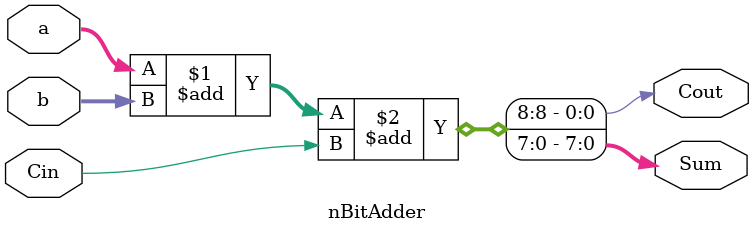
<source format=v>

module nBitAdder(
 // parameter N = 8,
   Cout,
   Sum,
   a,
   b,
   Cin);

 
 parameter N = 8;
 output Cout;
 output [N-1:0] Sum;
 input [N-1:0] a;
 input [N-1:0] b;
 input Cin; 

 assign {Cout,Sum} = a + b + Cin;
endmodule

</source>
